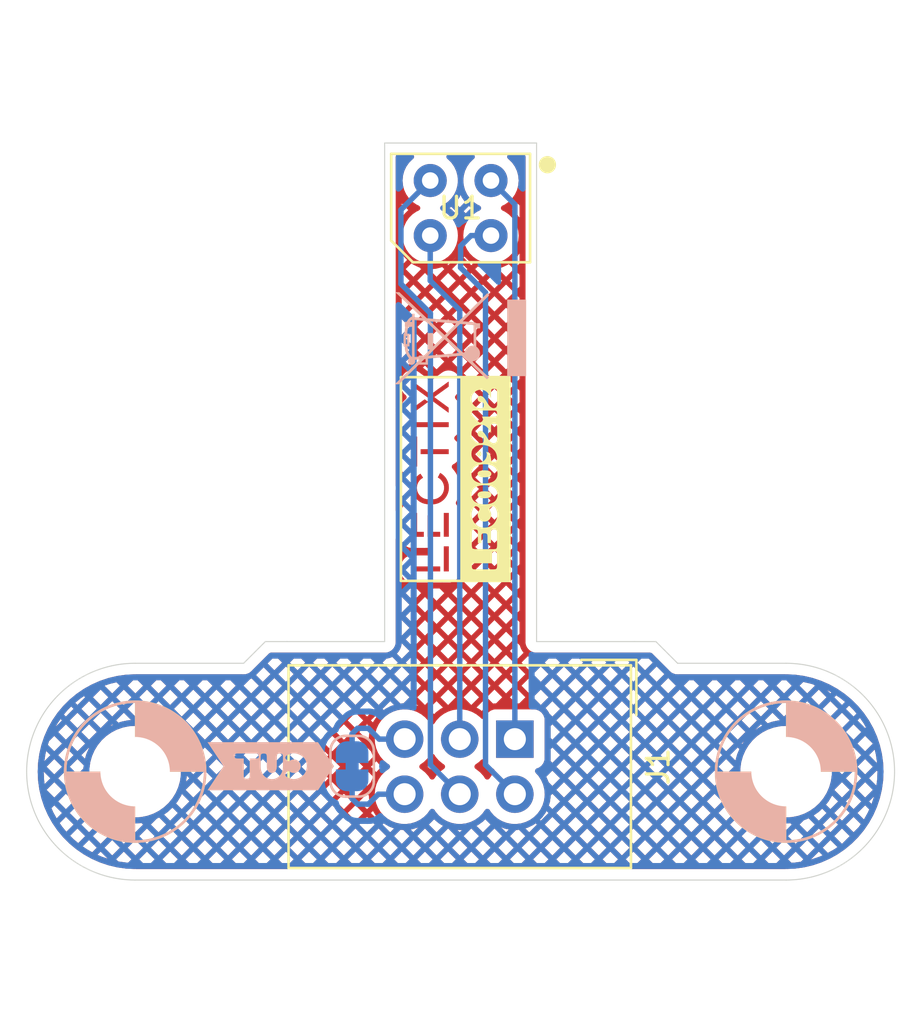
<source format=kicad_pcb>
(kicad_pcb (version 20211014) (generator pcbnew)
  (layers (0 "F.Cu" signal) (31 "B.Cu" signal) (34 "B.Paste" user) (35 "F.Paste" user) (36 "B.SilkS" user "B.Silkscreen") (37 "F.SilkS" user "F.Silkscreen") (38 "B.Mask" user) (39 "F.Mask" user) (44 "Edge.Cuts" user))
  (net 0 "")
  (net 1 "Net-(J1-Pad5)")
  (net 2 "Net-(J1-Pad6)")
  (net 3 "Net-(U1-Pad4)")
  (net 4 "Net-(J1-Pad2)")
  (net 5 "Net-(J1-Pad1)")
  (net 6 "Net-(U1-Pad3)")
  (footprint "0_mechanical:MountingHole_3.2mm_M3" (layer "F.Cu") (at 70 49)
    (fp_text reference "H1" hide)
    (fp_text value "MountingHole" hide)
    (pad "" np_thru_hole circle locked (at 0 0) (size 3.2 3.2) (drill 3.2) (layers *.Cu *.Mask))
  )
  (footprint "0_mechanical:MountingHole_3.2mm_M3" (layer "F.Cu") (at 100 49)
    (fp_text reference "H2" hide)
    (fp_text value "MountingHole" hide)
    (pad "" np_thru_hole circle locked (at 0 0) (size 3.2 3.2) (drill 3.2) (layers *.Cu *.Mask))
  )
  (footprint "Connector_IDC:IDC-Header_2x03_P2.54mm_Vertical" (layer "F.Cu") (at 87.5 47.5 -90)
    (fp_text reference "J1" (at 1.27 -6.604 90) (layer "F.SilkS"))
    (fp_text value "IDC-cable-6pin")
    (pad "1" thru_hole rect locked (at 0 0 270) (size 1.7272 1.7272) (drill 1.016) (layers *.Cu *.Mask) (net 5 "Net-(J1-Pad1)"))
    (pad "2" thru_hole oval locked (at 2.54 0 270) (size 1.7272 1.7272) (drill 1.016) (layers *.Cu *.Mask) (net 4 "Net-(J1-Pad2)"))
    (pad "3" thru_hole oval locked (at 0 2.54 270) (size 1.7272 1.7272) (drill 1.016) (layers *.Cu *.Mask) (net 6 "Net-(U1-Pad3)"))
    (pad "4" thru_hole oval locked (at 2.54 2.54 270) (size 1.7272 1.7272) (drill 1.016) (layers *.Cu *.Mask) (net 3 "Net-(U1-Pad4)"))
    (pad "5" thru_hole oval locked (at 0 5.08 270) (size 1.7272 1.7272) (drill 1.016) (layers *.Cu *.Mask) (net 1 "Net-(J1-Pad5)"))
    (pad "6" thru_hole oval locked (at 2.54 5.08 270) (size 1.7272 1.7272) (drill 1.016) (layers *.Cu *.Mask) (net 2 "Net-(J1-Pad6)"))
  )
  (footprint "0_logos:Logo_10mm" (layer "F.Cu") (at 83.6 35.5 90)
    (fp_text reference "LOGO1" hide)
    (fp_text value "logo_lectix_25mm" hide)
    (fp_poly (pts (xy -1.56718 0.85344) (xy -2.65938 0.85344) (xy -2.65938 0.62992) (xy -1.56718 0.62992) (xy -1.56718 0.85344)) (layer "F.Cu") (width 0.01) (fill solid))
    (fp_poly (pts (xy 4.376304 -0.819908) (xy 4.39485 -0.819812) (xy 4.508296 -0.81915) (xy 4.202148 -0.400817) (xy 4.172064 -0.359702) (xy 4.142787 -0.319675) (xy 4.114458 -0.280931) (xy 4.087217 -0.243662) (xy 4.061206 -0.20806) (xy 4.036566 -0.17432) (xy 4.013436 -0.142634) (xy 3.991957 -0.113194) (xy 3.972271 -0.086194) (xy 3.954518 -0.061828) (xy 3.938839 -0.040287) (xy 3.925374 -0.021764) (xy 3.914265 -0.006454) (xy 3.905651 0.005452) (xy 3.899674 0.01376) (xy 3.896474 0.018277) (xy 3.895946 0.019087) (xy 3.897407 0.021269) (xy 3.901707 0.02737) (xy 3.908703 0.037192) (xy 3.918256 0.050541) (xy 3.930224 0.06722) (xy 3.944465 0.087032) (xy 3.960838 0.109783) (xy 3.979202 0.135275) (xy 3.999416 0.163314) (xy 4.021337 0.193701) (xy 4.044825 0.226243) (xy 4.069739 0.260742) (xy 4.095938 0.297003) (xy 4.123279 0.334829) (xy 4.151622 0.374025) (xy 4.180825 0.414395) (xy 4.192671 0.430766) (xy 4.22219 0.471564) (xy 4.250913 0.511274) (xy 4.278699 0.549701) (xy 4.305405 0.586647) (xy 4.330889 0.621916) (xy 4.35501 0.65531) (xy 4.377626 0.686635) (xy 4.398595 0.715692) (xy 4.417775 0.742285) (xy 4.435025 0.766218) (xy 4.450202 0.787293) (xy 4.463164 0.805315) (xy 4.47377 0.820086) (xy 4.481878 0.831411) (xy 4.487346 0.839091) (xy 4.490033 0.842932) (xy 4.490296 0.843347) (xy 4.488016 0.843981) (xy 4.480822 0.844522) (xy 4.468878 0.844969) (xy 4.452349 0.845317) (xy 4.4314 0.845563) (xy 4.406196 0.845703) (xy 4.377266 0.845734) (xy 4.26339 0.845649) (xy 4.02209 0.51178) (xy 3.995526 0.475037) (xy 3.969765 0.439426) (xy 3.944965 0.405163) (xy 3.921283 0.372466) (xy 3.898876 0.34155) (xy 3.877902 0.312632) (xy 3.858517 0.285929) (xy 3.84088 0.261658) (xy 3.825147 0.240034) (xy 3.811475 0.221274) (xy 3.800023 0.205596) (xy 3.790948 0.193215) (xy 3.784406 0.184347) (xy 3.780556 0.179211) (xy 3.77952 0.177933) (xy 3.777906 0.17995) (xy 3.773455 0.185854) (xy 3.766324 0.195427) (xy 3.756674 0.208455) (xy 3.744661 0.224722) (xy 3.730447 0.24401) (xy 3.714188 0.266106) (xy 3.696044 0.290791) (xy 3.676173 0.317851) (xy 3.654734 0.34707) (xy 3.631887 0.378231) (xy 3.607789 0.411119) (xy 3.5826 0.445518) (xy 3.556477 0.481211) (xy 3.53568 0.509644) (xy 3.508925 0.546214) (xy 3.482965 0.581667) (xy 3.457961 0.615786) (xy 3.434072 0.648355) (xy 3.411458 0.679156) (xy 3.390279 0.707973) (xy 3.370693 0.734589) (xy 3.352863 0.758787) (xy 3.336946 0.78035) (xy 3.323102 0.799061) (xy 3.311493 0.814704) (xy 3.302276 0.827061) (xy 3.295613 0.835916) (xy 3.291662 0.841051) (xy 3.29057 0.842335) (xy 3.287574 0.842529) (xy 3.280025 0.84268) (xy 3.26845 0.842789) (xy 3.253375 0.842853) (xy 3.235327 0.84287) (xy 3.214833 0.842839) (xy 3.192419 0.842759) (xy 3.175648 0.842672) (xy 3.063267 0.84201) (xy 3.669225 0.01397) (xy 3.711717 -0.044093) (xy 3.753457 -0.101122) (xy 3.794343 -0.156981) (xy 3.834276 -0.211531) (xy 3.873154 -0.264637) (xy 3.910878 -0.316161) (xy 3.947347 -0.365964) (xy 3.982459 -0.413911) (xy 4.016115 -0.459864) (xy 4.048214 -0.503686) (xy 4.078655 -0.545239) (xy 4.107338 -0.584386) (xy 4.134162 -0.620989) (xy 4.159027 -0.654913) (xy 4.181832 -0.686019) (xy 4.202477 -0.714169) (xy 4.22086 -0.739228) (xy 4.236882 -0.761057) (xy 4.250441 -0.779519) (xy 4.261437 -0.794478) (xy 4.269771 -0.805795) (xy 4.27534 -0.813333) (xy 4.278045 -0.816956) (xy 4.278294 -0.817272) (xy 4.280129 -0.818064) (xy 4.284193 -0.818708) (xy 4.29086 -0.819211) (xy 4.300504 -0.819582) (xy 4.313497 -0.819829) (xy 4.330212 -0.819961) (xy 4.351024 -0.819984) (xy 4.376304 -0.819908)) (layer "F.Cu") (width 0.01) (fill solid))
    (fp_poly (pts (xy -1.56718 -0.61214) (xy -2.44094 -0.61214) (xy -2.44094 -0.29972) (xy -2.66446 -0.29972) (xy -2.66446 -0.83312) (xy -1.56718 -0.83312) (xy -1.56718 -0.61214)) (layer "F.Cu") (width 0.01) (fill solid))
    (fp_poly (pts (xy 2.61874 0.84582) (xy 2.39776 0.84582) (xy 2.39776 -0.8255) (xy 2.61874 -0.8255) (xy 2.61874 0.84582)) (layer "F.Cu") (width 0.01) (fill solid))
    (fp_poly (pts (xy -0.941598 0.135255) (xy -0.93688 0.184642) (xy -0.927286 0.233391) (xy -0.913012 0.281126) (xy -0.894257 0.327472) (xy -0.871216 0.372055) (xy -0.844087 0.4145) (xy -0.813067 0.454432) (xy -0.778352 0.491476) (xy -0.74014 0.525258) (xy -0.73406 0.530066) (xy -0.693962 0.558193) (xy -0.650655 0.582754) (xy -0.604786 0.603491) (xy -0.557001 0.620147) (xy -0.507946 0.632466) (xy -0.458267 0.640191) (xy -0.456939 0.640331) (xy -0.435583 0.641812) (xy -0.410988 0.642277) (xy -0.38483 0.641784) (xy -0.358784 0.640393) (xy -0.334525 0.638161) (xy -0.31496 0.635369) (xy -0.26458 0.623968) (xy -0.215829 0.608011) (xy -0.169027 0.587722) (xy -0.124494 0.563326) (xy -0.082553 0.53505) (xy -0.043523 0.503119) (xy -0.007725 0.467757) (xy 0.024521 0.429189) (xy 0.052893 0.387642) (xy 0.063459 0.36957) (xy 0.067764 0.361866) (xy 0.070977 0.356162) (xy 0.072419 0.35366) (xy 0.072428 0.353648) (xy 0.074718 0.354589) (xy 0.080966 0.357586) (xy 0.090622 0.362356) (xy 0.103134 0.368617) (xy 0.11795 0.376087) (xy 0.134518 0.384484) (xy 0.152288 0.393526) (xy 0.170709 0.40293) (xy 0.189227 0.412414) (xy 0.207292 0.421697) (xy 0.224353 0.430496) (xy 0.239857 0.43853) (xy 0.253254 0.445515) (xy 0.263992 0.45117) (xy 0.271519 0.455212) (xy 0.275284 0.45736) (xy 0.275579 0.457574) (xy 0.276342 0.459476) (xy 0.27565 0.462864) (xy 0.273236 0.468246) (xy 0.268829 0.47613) (xy 0.262161 0.487022) (xy 0.252963 0.501432) (xy 0.249532 0.50673) (xy 0.213745 0.557247) (xy 0.174233 0.604456) (xy 0.131253 0.648181) (xy 0.085061 0.688245) (xy 0.035915 0.724473) (xy -0.015929 0.75669) (xy -0.070214 0.784719) (xy -0.126683 0.808386) (xy -0.185078 0.827513) (xy -0.238614 0.840608) (xy -0.259549 0.844715) (xy -0.278693 0.847937) (xy -0.297214 0.850387) (xy -0.316279 0.852177) (xy -0.337056 0.853419) (xy -0.360714 0.854226) (xy -0.38481 0.854665) (xy -0.403035 0.85486) (xy -0.419929 0.85496) (xy -0.434719 0.854966) (xy -0.446633 0.85488) (xy -0.454897 0.854704) (xy -0.45847 0.854485) (xy -0.464358 0.853741) (xy -0.47369 0.85263) (xy -0.484862 0.851341) (xy -0.49022 0.850735) (xy -0.545997 0.842047) (xy -0.601993 0.828574) (xy -0.657599 0.810545) (xy -0.712206 0.788188) (xy -0.765203 0.761731) (xy -0.815981 0.731401) (xy -0.82423 0.725955) (xy -0.854202 0.705098) (xy -0.880956 0.684653) (xy -0.906058 0.663317) (xy -0.931073 0.63979) (xy -0.946282 0.624501) (xy -0.98848 0.577656) (xy -1.026384 0.528179) (xy -1.059914 0.476236) (xy -1.088986 0.421994) (xy -1.113518 0.365618) (xy -1.133426 0.307274) (xy -1.148629 0.247129) (xy -1.156813 0.201477) (xy -1.15802 0.192261) (xy -1.159423 0.17981) (xy -1.160913 0.165307) (xy -1.162382 0.149937) (xy -1.163719 0.134885) (xy -1.164815 0.121334) (xy -1.165562 0.11047) (xy -1.16585 0.103505) (xy -1.163398 0.103107) (xy -1.156379 0.102738) (xy -1.145308 0.102405) (xy -1.130696 0.102119) (xy -1.113059 0.101886) (xy -1.092909 0.101717) (xy -1.070759 0.10162) (xy -1.054481 0.1016) (xy -0.943101 0.1016) (xy -0.941598 0.135255)) (layer "F.Cu") (width 0.01) (fill solid))
    (fp_poly (pts (xy -4.0386 0.45212) (xy -4.25958 0.45212) (xy -4.25958 -0.82296) (xy -4.0386 -0.82296) (xy -4.0386 0.45212)) (layer "F.Cu") (width 0.01) (fill solid))
    (fp_poly (pts (xy -3.1115 0.85344) (xy -4.25958 0.85344) (xy -4.25958 0.62992) (xy -3.1115 0.62992) (xy -3.1115 0.85344)) (layer "F.Cu") (width 0.01) (fill solid))
    (fp_poly (pts (xy 1.3716 0.84582) (xy 1.15062 0.84582) (xy 1.15062 -0.43688) (xy 1.3716 -0.43688) (xy 1.3716 0.84582)) (layer "F.Cu") (width 0.01) (fill solid))
    (fp_poly (pts (xy -1.68148 0.10922) (xy -2.44094 0.10922) (xy -2.44094 0.45212) (xy -2.66192 0.45212) (xy -2.66192 -0.1143) (xy -1.68148 -0.1143) (xy -1.68148 0.10922)) (layer "F.Cu") (width 0.01) (fill solid))
    (fp_poly (pts (xy -0.373791 -0.828885) (xy -0.352051 -0.828102) (xy -0.333524 -0.826865) (xy -0.32512 -0.825987) (xy -0.263464 -0.815889) (xy -0.203518 -0.801142) (xy -0.145498 -0.78188) (xy -0.08962 -0.75824) (xy -0.036099 -0.730358) (xy 0.01485 -0.698368) (xy 0.063012 -0.662408) (xy 0.108171 -0.622612) (xy 0.150111 -0.579116) (xy 0.188617 -0.532056) (xy 0.223475 -0.481567) (xy 0.224753 -0.479538) (xy 0.23095 -0.469396) (xy 0.235873 -0.460824) (xy 0.239032 -0.454716) (xy 0.239933 -0.451966) (xy 0.239927 -0.451954) (xy 0.237616 -0.450206) (xy 0.231584 -0.446064) (xy 0.222376 -0.439884) (xy 0.210541 -0.432024) (xy 0.196627 -0.422841) (xy 0.181181 -0.412692) (xy 0.16475 -0.401934) (xy 0.147883 -0.390925) (xy 0.131127 -0.380021) (xy 0.115029 -0.369581) (xy 0.100138 -0.359961) (xy 0.087 -0.351518) (xy 0.076165 -0.34461) (xy 0.068178 -0.339593) (xy 0.063588 -0.336826) (xy 0.062794 -0.336416) (xy 0.059968 -0.337282) (xy 0.055905 -0.341905) (xy 0.050305 -0.350661) (xy 0.047184 -0.356086) (xy 0.030089 -0.383572) (xy 0.009427 -0.411998) (xy -0.013771 -0.440148) (xy -0.038472 -0.466803) (xy -0.063644 -0.490746) (xy -0.07552 -0.50086) (xy -0.116154 -0.530828) (xy -0.159753 -0.556873) (xy -0.205804 -0.578774) (xy -0.253792 -0.59631) (xy -0.303203 -0.60926) (xy -0.343548 -0.616187) (xy -0.365054 -0.618232) (xy -0.389779 -0.619278) (xy -0.41624 -0.619363) (xy -0.442955 -0.61852) (xy -0.468443 -0.616786) (xy -0.491221 -0.614196) (xy -0.502174 -0.612397) (xy -0.552714 -0.600392) (xy -0.601225 -0.583901) (xy -0.647466 -0.563143) (xy -0.691196 -0.538334) (xy -0.732174 -0.509692) (xy -0.770159 -0.477434) (xy -0.80491 -0.441777) (xy -0.836186 -0.402938) (xy -0.863748 -0.361136) (xy -0.887352 -0.316587) (xy -0.90676 -0.269508) (xy -0.916801 -0.238379) (xy -0.927444 -0.193948) (xy -0.934072 -0.147895) (xy -0.936568 -0.109855) (xy -0.937972 -0.06858) (xy -1.158969 -0.06858) (xy -1.157493 -0.113665) (xy -1.153049 -0.173235) (xy -1.143761 -0.231781) (xy -1.129804 -0.289055) (xy -1.111357 -0.344808) (xy -1.088595 -0.398794) (xy -1.061694 -0.450761) (xy -1.030832 -0.500463) (xy -0.996184 -0.547651) (xy -0.957927 -0.592077) (xy -0.916238 -0.63349) (xy -0.871292 -0.671645) (xy -0.823267 -0.706291) (xy -0.772339 -0.73718) (xy -0.718684 -0.764064) (xy -0.6858 -0.777954) (xy -0.632923 -0.796535) (xy -0.578211 -0.811237) (xy -0.520795 -0.822284) (xy -0.50546 -0.824566) (xy -0.489281 -0.826312) (xy -0.469218 -0.827661) (xy -0.446456 -0.828601) (xy -0.422175 -0.829125) (xy -0.397559 -0.829223) (xy -0.373791 -0.828885)) (layer "F.Cu") (width 0.01) (fill solid))
    (fp_poly (pts (xy 1.95072 -0.60452) (xy 0.58166 -0.60452) (xy 0.58166 -0.8255) (xy 1.95072 -0.8255) (xy 1.95072 -0.60452)) (layer "F.Cu") (width 0.01) (fill solid))
    (fp_poly (pts (xy 3.260968 -0.8255) (xy 3.466269 -0.542956) (xy 3.490799 -0.509165) (xy 3.514493 -0.476463) (xy 3.53718 -0.445091) (xy 3.558689 -0.415286) (xy 3.578848 -0.387289) (xy 3.597487 -0.361337) (xy 3.614435 -0.337671) (xy 3.62952 -0.31653) (xy 3.642571 -0.298152) (xy 3.653418 -0.282777) (xy 3.661889 -0.270644) (xy 3.667814 -0.261991) (xy 3.671021 -0.257058) (xy 3.67157 -0.255979) (xy 3.670129 -0.252999) (xy 3.666077 -0.246561) (xy 3.659817 -0.237221) (xy 3.651755 -0.225539) (xy 3.642293 -0.212072) (xy 3.631838 -0.197378) (xy 3.620793 -0.182016) (xy 3.609562 -0.166543) (xy 3.598551 -0.151517) (xy 3.588162 -0.137496) (xy 3.578801 -0.125038) (xy 3.570872 -0.114702) (xy 3.564779 -0.107045) (xy 3.560927 -0.102625) (xy 3.55981 -0.101753) (xy 3.558071 -0.103777) (xy 3.553504 -0.109705) (xy 3.546264 -0.119329) (xy 3.536502 -0.132439) (xy 3.524373 -0.148826) (xy 3.510029 -0.168281) (xy 3.493625 -0.190595) (xy 3.475313 -0.215558) (xy 3.455247 -0.242963) (xy 3.433579 -0.272598) (xy 3.410465 -0.304257) (xy 3.386056 -0.337728) (xy 3.360506 -0.372804) (xy 3.333968 -0.409276) (xy 3.306596 -0.446933) (xy 3.29819 -0.458507) (xy 3.270558 -0.496555) (xy 3.243707 -0.533532) (xy 3.217789 -0.569228) (xy 3.19296 -0.603428) (xy 3.169374 -0.635919) (xy 3.147186 -0.666489) (xy 3.126549 -0.694925) (xy 3.107618 -0.721015) (xy 3.090548 -0.744544) (xy 3.075493 -0.765301) (xy 3.062608 -0.783073) (xy 3.052047 -0.797646) (xy 3.043964 -0.808808) (xy 3.038514 -0.816346) (xy 3.035851 -0.820048) (xy 3.035625 -0.82037) (xy 3.034877 -0.821583) (xy 3.034715 -0.822588) (xy 3.035563 -0.823405) (xy 3.037844 -0.824053) (xy 3.041981 -0.824551) (xy 3.048399 -0.824919) (xy 3.057522 -0.825177) (xy 3.069772 -0.825345) (xy 3.085573 -0.825441) (xy 3.105349 -0.825486) (xy 3.129525 -0.8255) (xy 3.146554 -0.825501) (xy 3.260968 -0.8255)) (layer "F.Cu") (width 0.01) (fill solid))
  )
  (footprint "0_ITR:DY-ITR20001" (layer "F.Cu") (at 85 23 180)
    (fp_text reference "U1" (at 0 0) (layer "F.SilkS"))
    (fp_text value "DY-ITR20001")
    (pad "1" thru_hole circle locked (at -1.4 1.27 180) (size 1.524 1.524) (drill 0.762) (layers *.Cu *.Mask) (net 5 "Net-(J1-Pad1)"))
    (pad "2" thru_hole circle locked (at -1.4 -1.27 180) (size 1.524 1.524) (drill 0.762) (layers *.Cu *.Mask) (net 4 "Net-(J1-Pad2)"))
    (pad "3" thru_hole circle locked (at 1.4 -1.27 180) (size 1.524 1.524) (drill 0.762) (layers *.Cu *.Mask) (net 6 "Net-(U1-Pad3)"))
    (pad "4" thru_hole circle locked (at 1.4 1.27 180) (size 1.524 1.524) (drill 0.762) (layers *.Cu *.Mask) (net 3 "Net-(U1-Pad4)"))
  )
  (footprint "kibuzzard-620CD1AC" (layer "F.Cu") (at 86.1 35.5 90)
    (fp_text reference "kibuzzard-620CD1AC" hide)
    (fp_text value "G***" hide)
  )
  (footprint "kikit:Tab" (layer "F.Cu") (at 85 19.75 -90)
    (fp_text reference "REF**" hide)
    (fp_text value "Tab")
  )
  (footprint "kikit:Tab" (layer "F.Cu") (at 95.021284 54.25 90)
    (fp_text reference "REF**" hide)
    (fp_text value "Tab")
  )
  (footprint "kikit:Tab" (layer "F.Cu") (at 74.271284 54.25 90)
    (fp_text reference "REF**" hide)
    (fp_text value "Tab")
  )
  (footprint "Symbol:WEEE-Logo_4.2x6mm_SilkScreen" (layer "B.Cu") (at 85 29 -90)
    (fp_text reference "REF**" hide)
    (fp_text value "WEEE-Logo_4.2x6mm_SilkScreen" hide)
  )
  (footprint "Jumper:SolderJumper-2_P1.3mm_Bridged_RoundedPad1.0x1.5mm" (layer "B.Cu") (at 80 48.75 -90)
    (fp_text reference "JP1" hide)
    (fp_text value "Jumper_2_Bridged")
    (fp_poly (pts (xy 0.25 0.3) (xy -0.25 0.3) (xy -0.25 -0.3) (xy 0.25 -0.3)) (layer "B.Cu") (width 0) (fill solid))
    (pad "1" smd custom (at -0.65 0 270) (size 1 0.5) (layers "B.Cu" "B.Mask") (net 1 "Net-(J1-Pad5)") (options (clearance outline) (anchor rect)) (primitives (gr_circle (center 0 -0.25) (end 0.5 -0.25) (width 0) (fill yes)) (gr_circle (center 0 0.25) (end 0.5 0.25) (width 0) (fill yes)) (gr_poly (pts (xy 0.5 0.75) (xy 0 0.75) (xy 0 -0.75) (xy 0.5 -0.75)) (width 0) (fill yes))))
    (pad "2" smd custom (at 0.65 0 270) (size 1 0.5) (layers "B.Cu" "B.Mask") (net 2 "Net-(J1-Pad6)") (options (clearance outline) (anchor rect)) (primitives (gr_circle (center 0 -0.25) (end 0.5 -0.25) (width 0) (fill yes)) (gr_circle (center 0 0.25) (end 0.5 0.25) (width 0) (fill yes)) (gr_poly (pts (xy 0 0.75) (xy -0.5 0.75) (xy -0.5 -0.75) (xy 0 -0.75)) (width 0) (fill yes))))
  )
  (footprint "kibuzzard-620CD483" (layer "B.Cu") (at 76.25 48.75 180)
    (fp_text reference "kibuzzard-620CD483" hide)
    (fp_text value "G***" hide)
  )
  (gr_line (start 87 30.8) (end 82.25 30.8) (layer "F.SilkS") (width 0.12))
  (gr_line (start 87 40.2) (end 87.25 40.2) (layer "F.SilkS") (width 0.12))
  (gr_line (start 82.25 30.8) (end 82.25 40.2) (layer "F.SilkS") (width 0.12))
  (gr_line (start 87.25 30.8) (end 87 30.8) (layer "F.SilkS") (width 0.12))
  (gr_line (start 87.25 40.2) (end 87.25 30.8) (layer "F.SilkS") (width 0.12))
  (gr_line (start 82.25 40.2) (end 87 40.2) (layer "F.SilkS") (width 0.12))
  (gr_line (start 94 43) (end 93 43) (layer "Edge.Cuts") (width 0.05))
  (gr_line (start 75 44) (end 70 44) (layer "Edge.Cuts") (width 0.05))
  (gr_line (start 70 54) (end 100 54) (layer "Edge.Cuts") (width 0.05))
  (gr_line (start 81.5 20) (end 88.5 20) (layer "Edge.Cuts") (width 0.05))
  (gr_line (start 76 43) (end 75 44) (layer "Edge.Cuts") (width 0.05))
  (gr_arc (start 100 44) (mid 105 49) (end 100 54) (layer "Edge.Cuts") (width 0.05))
  (gr_line (start 81.5 20) (end 81.5 43) (layer "Edge.Cuts") (width 0.05))
  (gr_line (start 81.5 43) (end 77 43) (layer "Edge.Cuts") (width 0.05))
  (gr_line (start 88.5 20) (end 88.5 43) (layer "Edge.Cuts") (width 0.05))
  (gr_line (start 95 44) (end 94 43) (layer "Edge.Cuts") (width 0.05))
  (gr_line (start 77 43) (end 76 43) (layer "Edge.Cuts") (width 0.05))
  (gr_line (start 88.5 43) (end 93 43) (layer "Edge.Cuts") (width 0.05))
  (gr_line (start 100 44) (end 95 44) (layer "Edge.Cuts") (width 0.05))
  (gr_arc (start 70 54) (mid 65 49) (end 70 44) (layer "Edge.Cuts") (width 0.05))
  (segment (start 80 47.25) (end 80 48.1) (width 0.25) (layer "B.Cu") (net 1))
  (segment (start 80.25 47) (end 80 47.25) (width 0.25) (layer "B.Cu") (net 1))
  (segment (start 82.42 47.5) (end 81.25 47.5) (width 0.25) (layer "B.Cu") (net 1))
  (segment (start 81.25 47.5) (end 80.75 47) (width 0.25) (layer "B.Cu") (net 1))
  (segment (start 80.75 47) (end 80.25 47) (width 0.25) (layer "B.Cu") (net 1))
  (segment (start 82.42 50.04) (end 81.21 50.04) (width 0.25) (layer "B.Cu") (net 2))
  (segment (start 80.75 50.5) (end 80.25 50.5) (width 0.25) (layer "B.Cu") (net 2))
  (segment (start 81.21 50.04) (end 80.75 50.5) (width 0.25) (layer "B.Cu") (net 2))
  (segment (start 80.25 50.5) (end 80 50.25) (width 0.25) (layer "B.Cu") (net 2))
  (segment (start 80 50.25) (end 80 49.4) (width 0.25) (layer "B.Cu") (net 2))
  (segment (start 83.608111 48.688111) (end 83.608111 27.858111) (width 0.25) (layer "B.Cu") (net 3))
  (segment (start 84.96 50.04) (end 83.608111 48.688111) (width 0.25) (layer "B.Cu") (net 3))
  (segment (start 82.25 23.08) (end 83.6 21.73) (width 0.25) (layer "B.Cu") (net 3))
  (segment (start 83.608111 27.858111) (end 82.25 26.5) (width 0.25) (layer "B.Cu") (net 3))
  (segment (start 82.25 26.5) (end 82.25 23.08) (width 0.25) (layer "B.Cu") (net 3))
  (segment (start 86.148111 48.688111) (end 86.148111 26.898111) (width 0.25) (layer "B.Cu") (net 4))
  (segment (start 87.5 50.04) (end 86.148111 48.688111) (width 0.25) (layer "B.Cu") (net 4))
  (segment (start 85 24.75) (end 85.48 24.27) (width 0.25) (layer "B.Cu") (net 4))
  (segment (start 86.148111 26.898111) (end 85 25.75) (width 0.25) (layer "B.Cu") (net 4))
  (segment (start 85 25.75) (end 85 24.75) (width 0.25) (layer "B.Cu") (net 4))
  (segment (start 85.48 24.27) (end 86.4 24.27) (width 0.25) (layer "B.Cu") (net 4))
  (segment (start 87.5 47.5) (end 87.5 22.83) (width 0.25) (layer "B.Cu") (net 5))
  (segment (start 87.5 22.83) (end 86.4 21.73) (width 0.25) (layer "B.Cu") (net 5))
  (segment (start 83.6 24.27) (end 83.6 26.35) (width 0.25) (layer "B.Cu") (net 6))
  (segment (start 83.6 26.35) (end 84.96 27.71) (width 0.25) (layer "B.Cu") (net 6))
  (segment (start 84.96 27.71) (end 84.96 47.5) (width 0.25) (layer "B.Cu") (net 6))
  (zone (net 0) (net_name "") (layers F&B.Cu) (connect_pads (clearance 0.508)) (min_thickness 0.254) (fill yes (mode hatch) (thermal_gap 0.508) (thermal_bridge_width 0.508) (hatch_thickness 0.254) (hatch_gap 0.5) (hatch_orientation 45) (hatch_border_algorithm hatch_thickness) (hatch_min_hole_area 0.3))
    (polygon (pts (xy 105.771284 55) (xy 63.771284 55) (xy 63.771284 19) (xy 105.771284 19)))
  )
)
</source>
